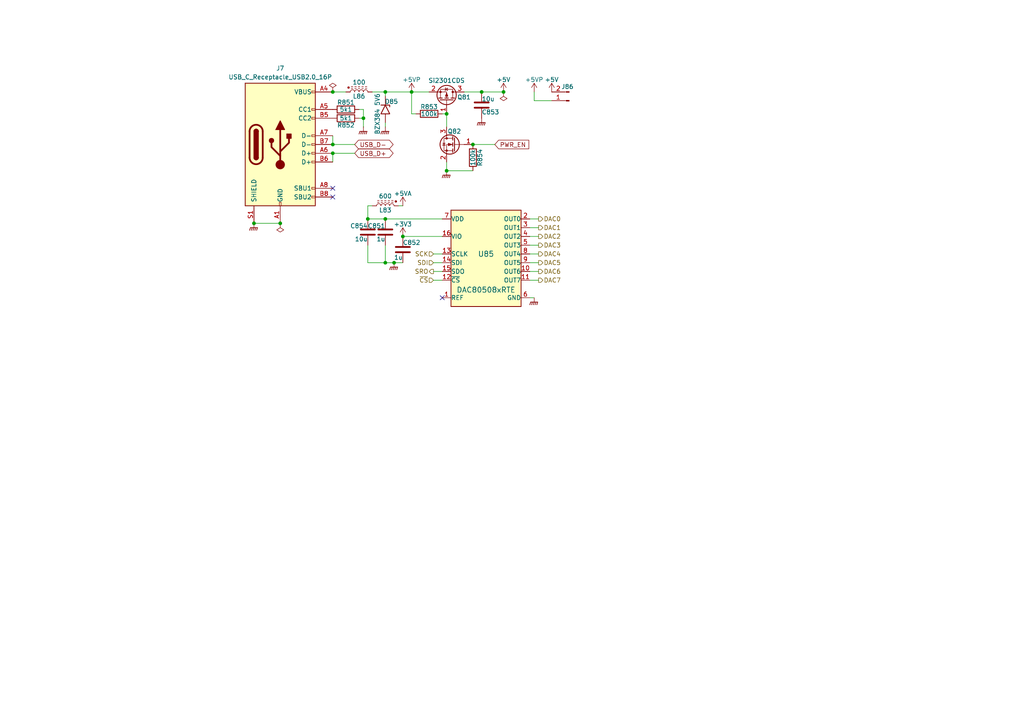
<source format=kicad_sch>
(kicad_sch (version 20250114) (generator "eeschema") (generator_version "9.0")
  (paper "A4")
  (lib_symbols
    (symbol "Connector:Conn_01x02_Pin" (pin_names (offset 1.016) (hide yes))
      (property "Reference" "J" (at 0 2.54 0))
      (property "Value" "Conn_01x02_Pin" (at 0 -5.08 0))
      (symbol "Conn_01x02_Pin_1_1"
        (rectangle (start 0.8636 0.127) (end 0 -0.127) (stroke (width 0.1524)) (fill (type outline)))
        (rectangle (start 0.8636 -2.413) (end 0 -2.667) (stroke (width 0.1524)) (fill (type outline)))
        (polyline (pts (xy 1.27 0) (xy 0.8636 0)) (stroke (width 0.1524)))
        (polyline (pts (xy 1.27 -2.54) (xy 0.8636 -2.54)) (stroke (width 0.1524)))
        (pin passive line (at 5.08 0 180) (length 3.81) (name "Pin_1") (number "1"))
        (pin passive line (at 5.08 -2.54 180) (length 3.81) (name "Pin_2") (number "2"))
      )
    )
    (symbol "Connector:USB_C_Receptacle_USB2.0_16P" (pin_names (offset 1.016))
      (property "Reference" "J" (at 0 22.225 0))
      (property "Value" "USB_C_Receptacle_USB2.0_16P" (at 0 19.685 0))
      (symbol "USB_C_Receptacle_USB2.0_16P_0_0"
        (rectangle (start -0.254 -17.78) (end 0.254 -16.764))
        (rectangle (start 10.16 15.494) (end 9.144 14.986))
        (rectangle (start 10.16 10.414) (end 9.144 9.906))
        (rectangle (start 10.16 7.874) (end 9.144 7.366))
        (rectangle (start 10.16 2.794) (end 9.144 2.286))
        (rectangle (start 10.16 0.254) (end 9.144 -0.254))
        (rectangle (start 10.16 -2.286) (end 9.144 -2.794))
        (rectangle (start 10.16 -4.826) (end 9.144 -5.334))
        (rectangle (start 10.16 -12.446) (end 9.144 -12.954))
        (rectangle (start 10.16 -14.986) (end 9.144 -15.494))
      )
      (symbol "USB_C_Receptacle_USB2.0_16P_0_1"
        (rectangle (start -10.16 17.78) (end 10.16 -17.78) (stroke (width 0.254)) (fill (type background)))
        (polyline (pts (xy -8.89 -3.81) (xy -8.89 3.81)) (stroke (width 0.508)))
        (rectangle (start -7.62 -3.81) (end -6.35 3.81) (stroke (width 0.254)) (fill (type outline)))
        (arc (start -7.62 3.81) (mid -6.985 4.4423) (end -6.35 3.81) (stroke (width 0.254)))
        (arc (start -7.62 3.81) (mid -6.985 4.4423) (end -6.35 3.81) (stroke (width 0.254)) (fill (type outline)))
        (arc (start -8.89 3.81) (mid -6.985 5.7067) (end -5.08 3.81) (stroke (width 0.508)))
        (arc (start -5.08 -3.81) (mid -6.985 -5.7067) (end -8.89 -3.81) (stroke (width 0.508)))
        (arc (start -6.35 -3.81) (mid -6.985 -4.4423) (end -7.62 -3.81) (stroke (width 0.254)))
        (arc (start -6.35 -3.81) (mid -6.985 -4.4423) (end -7.62 -3.81) (stroke (width 0.254)) (fill (type outline)))
        (polyline (pts (xy -5.08 3.81) (xy -5.08 -3.81)) (stroke (width 0.508)))
        (circle (center -2.54 1.143) (radius 0.635) (stroke (width 0.254)) (fill (type outline)))
        (polyline (pts (xy -1.27 4.318) (xy 0 6.858) (xy 1.27 4.318) (xy -1.27 4.318)) (stroke (width 0.254)) (fill (type outline)))
        (polyline (pts (xy 0 -2.032) (xy 2.54 0.508) (xy 2.54 1.778)) (stroke (width 0.508)))
        (polyline (pts (xy 0 -3.302) (xy -2.54 -0.762) (xy -2.54 0.508)) (stroke (width 0.508)))
        (polyline (pts (xy 0 -5.842) (xy 0 4.318)) (stroke (width 0.508)))
        (circle (center 0 -5.842) (radius 1.27) (fill (type outline)))
        (rectangle (start 1.905 1.778) (end 3.175 3.048) (stroke (width 0.254)) (fill (type outline)))
      )
      (symbol "USB_C_Receptacle_USB2.0_16P_1_1"
        (pin passive line (at -7.62 -22.86 90) (length 5.08) (name "SHIELD") (number "S1"))
        (pin passive line (at 0 -22.86 90) (length 5.08) (name "GND") (number "A1"))
        (pin passive line (at 0 -22.86 90) (length 5.08) (hide yes) (name "GND") (number "A12"))
        (pin passive line (at 0 -22.86 90) (length 5.08) (hide yes) (name "GND") (number "B1"))
        (pin passive line (at 0 -22.86 90) (length 5.08) (hide yes) (name "GND") (number "B12"))
        (pin passive line (at 15.24 15.24 180) (length 5.08) (name "VBUS") (number "A4"))
        (pin passive line (at 15.24 15.24 180) (length 5.08) (hide yes) (name "VBUS") (number "A9"))
        (pin passive line (at 15.24 15.24 180) (length 5.08) (hide yes) (name "VBUS") (number "B4"))
        (pin passive line (at 15.24 15.24 180) (length 5.08) (hide yes) (name "VBUS") (number "B9"))
        (pin bidirectional line (at 15.24 10.16 180) (length 5.08) (name "CC1") (number "A5"))
        (pin bidirectional line (at 15.24 7.62 180) (length 5.08) (name "CC2") (number "B5"))
        (pin bidirectional line (at 15.24 2.54 180) (length 5.08) (name "D-") (number "A7"))
        (pin bidirectional line (at 15.24 0 180) (length 5.08) (name "D-") (number "B7"))
        (pin bidirectional line (at 15.24 -2.54 180) (length 5.08) (name "D+") (number "A6"))
        (pin bidirectional line (at 15.24 -5.08 180) (length 5.08) (name "D+") (number "B6"))
        (pin bidirectional line (at 15.24 -12.7 180) (length 5.08) (name "SBU1") (number "A8"))
        (pin bidirectional line (at 15.24 -15.24 180) (length 5.08) (name "SBU2") (number "B8"))
      )
    )
    (symbol "Device:C" (pin_numbers (hide yes)) (pin_names (offset 0.254))
      (property "Reference" "C" (at 0.635 2.54 0))
      (property "Value" "C" (at 0.635 -2.54 0))
      (symbol "C_0_1"
        (polyline (pts (xy -2.032 0.762) (xy 2.032 0.762)) (stroke (width 0.508)))
        (polyline (pts (xy -2.032 -0.762) (xy 2.032 -0.762)) (stroke (width 0.508)))
      )
      (symbol "C_1_1"
        (pin passive line (at 0 3.81 270) (length 2.794) (name "~") (number "1"))
        (pin passive line (at 0 -3.81 90) (length 2.794) (name "~") (number "2"))
      )
    )
    (symbol "Device:R" (pin_numbers (hide yes)) (pin_names (offset 0))
      (property "Reference" "R" (at 2.032 0 90))
      (property "Value" "R" (at 0 0 90))
      (symbol "R_0_1"
        (rectangle (start -1.016 -2.54) (end 1.016 2.54) (stroke (width 0.254)))
      )
      (symbol "R_1_1"
        (pin passive line (at 0 3.81 270) (length 1.27) (name "~") (number "1"))
        (pin passive line (at 0 -3.81 90) (length 1.27) (name "~") (number "2"))
      )
    )
    (symbol "External:Si2301CDS" (pin_names (hide yes))
      (property "Reference" "Q" (at 5.08 1.905 0))
      (property "Value" "Si2301CDS" (at 5.08 0 0))
      (symbol "Si2301CDS_0_1"
        (polyline (pts (xy 0.254 1.905) (xy 0.254 -1.905)) (stroke (width 0.254)))
        (polyline (pts (xy 0.254 0) (xy -1.27 0)))
        (polyline (pts (xy 0.762 2.286) (xy 0.762 1.27)) (stroke (width 0.254)))
        (polyline (pts (xy 0.762 1.778) (xy 3.302 1.778) (xy 3.302 -1.778) (xy 0.762 -1.778)))
        (polyline (pts (xy 0.762 0.508) (xy 0.762 -0.508)) (stroke (width 0.254)))
        (polyline (pts (xy 0.762 -1.27) (xy 0.762 -2.286)) (stroke (width 0.254)))
        (circle (center 1.651 0) (radius 2.794) (stroke (width 0.254)))
        (polyline (pts (xy 2.286 0) (xy 1.27 0.381) (xy 1.27 -0.381) (xy 2.286 0)) (fill (type outline)))
        (polyline (pts (xy 2.54 2.54) (xy 2.54 1.778)))
        (circle (center 2.54 1.778) (radius 0.254) (fill (type outline)))
        (circle (center 2.54 -1.778) (radius 0.254) (fill (type outline)))
        (polyline (pts (xy 2.54 -2.54) (xy 2.54 0) (xy 0.762 0)))
        (polyline (pts (xy 2.794 -0.508) (xy 2.921 -0.381) (xy 3.683 -0.381) (xy 3.81 -0.254)))
        (polyline (pts (xy 3.302 -0.381) (xy 2.921 0.254) (xy 3.683 0.254) (xy 3.302 -0.381)))
      )
      (symbol "Si2301CDS_1_1"
        (pin input line (at -3.81 0 0) (length 2.54) (name "G") (number "1"))
        (pin passive line (at 2.54 5.08 270) (length 2.54) (name "D") (number "3"))
        (pin passive line (at 2.54 -5.08 90) (length 2.54) (name "S") (number "2"))
      )
    )
    (symbol "Parts:BZX384xxxx" (pin_numbers (hide yes)) (pin_names (hide yes))
      (property "Reference" "D" (at 0 2.54 0))
      (property "Value" "BZX384xxxx" (at 0 -2.54 0))
      (symbol "BZX384xxxx_0_1"
        (polyline (pts (xy -1.27 -1.27) (xy -1.27 1.27) (xy -0.762 1.27)) (stroke (width 0.254)))
        (polyline (pts (xy 1.27 -1.27) (xy 1.27 1.27) (xy -1.27 0) (xy 1.27 -1.27)) (stroke (width 0.254)))
      )
      (symbol "BZX384xxxx_1_1"
        (pin passive line (at -3.81 0 0) (length 2.54) (name "K") (number "1"))
        (pin passive line (at 3.81 0 180) (length 2.54) (name "A") (number "2"))
      )
    )
    (symbol "Parts:DAC80508xRTE" (pin_names (offset 0.002))
      (property "Reference" "U" (at 0 1.27 0))
      (property "Value" "DAC80508xRTE" (at 0 -9.144 0))
      (symbol "DAC80508xRTE_0_1"
        (pin power_in line (at -12.7 11.43 0) (length 2.54) (name "VDD") (number "7"))
        (pin power_in line (at -12.7 6.35 0) (length 2.54) (name "VIO") (number "16"))
        (pin input line (at -12.7 1.27 0) (length 2.54) (name "SCLK") (number "13"))
        (pin input line (at -12.7 -1.27 0) (length 2.54) (name "SDI") (number "14"))
        (pin tri_state line (at -12.7 -3.81 0) (length 2.54) (name "SDO") (number "15"))
        (pin input line (at -12.7 -6.35 0) (length 2.54) (name "~{CS}") (number "12"))
        (pin bidirectional line (at -12.7 -11.43 0) (length 2.54) (name "REF") (number "1"))
        (pin output line (at 12.7 11.43 180) (length 2.54) (name "OUT0") (number "2"))
        (pin output line (at 12.7 8.89 180) (length 2.54) (name "OUT1") (number "3"))
        (pin output line (at 12.7 6.35 180) (length 2.54) (name "OUT2") (number "4"))
        (pin output line (at 12.7 3.81 180) (length 2.54) (name "OUT3") (number "5"))
        (pin output line (at 12.7 1.27 180) (length 2.54) (name "OUT4") (number "8"))
        (pin output line (at 12.7 -1.27 180) (length 2.54) (name "OUT5") (number "9"))
        (pin output line (at 12.7 -3.81 180) (length 2.54) (name "OUT6") (number "10"))
        (pin output line (at 12.7 -6.35 180) (length 2.54) (name "OUT7") (number "11"))
        (pin passive line (at 12.7 -11.43 180) (length 2.54) (hide yes) (name "PAD") (number "17"))
        (pin power_in line (at 12.7 -11.43 180) (length 2.54) (name "GND") (number "6"))
      )
      (symbol "DAC80508xRTE_1_1"
        (rectangle (start -10.16 13.97) (end 10.16 -13.97) (stroke (width 0.254)) (fill (type background)))
      )
    )
    (symbol "Parts:L_Ferrite_Power" (pin_numbers (hide yes)) (pin_names (offset 1.016) (hide yes))
      (property "Reference" "L" (at -1.27 0 90))
      (property "Value" "L_Ferrite_Power" (at 2.794 0 90))
      (symbol "L_Ferrite_Power_0_1"
        (arc (start 0 2.54) (mid 0.6323 1.905) (end 0 1.27))
        (arc (start 0 1.27) (mid 0.6323 0.635) (end 0 0))
        (arc (start 0 0) (mid 0.6323 -0.635) (end 0 -1.27))
        (arc (start 0 -1.27) (mid 0.6323 -1.905) (end 0 -2.54))
        (polyline (pts (xy 1.016 1.778) (xy 1.016 2.286)))
        (polyline (pts (xy 1.016 0.762) (xy 1.016 1.27)))
        (polyline (pts (xy 1.016 -0.254) (xy 1.016 0.254)))
        (polyline (pts (xy 1.016 -1.27) (xy 1.016 -0.762)))
        (polyline (pts (xy 1.016 -2.286) (xy 1.016 -1.778)))
        (circle (center 1.27 3.048) (radius 0.254) (fill (type outline)))
        (polyline (pts (xy 1.524 2.286) (xy 1.524 1.778)))
        (polyline (pts (xy 1.524 1.27) (xy 1.524 0.762)))
        (polyline (pts (xy 1.524 0.254) (xy 1.524 -0.254)))
        (polyline (pts (xy 1.524 -0.762) (xy 1.524 -1.27)))
        (polyline (pts (xy 1.524 -1.778) (xy 1.524 -2.286)))
      )
      (symbol "L_Ferrite_Power_1_1"
        (pin power_in line (at 0 3.81 270) (length 1.27) (name "1") (number "1"))
        (pin power_out line (at 0 -3.81 90) (length 1.27) (name "2") (number "2"))
      )
    )
    (symbol "Transistor_FET:AO3400A" (pin_names (offset 0) (hide yes))
      (property "Reference" "Q" (at 5.08 1.905 0))
      (property "Value" "AO3400A" (at 5.08 0 0))
      (symbol "AO3400A_0_1"
        (polyline (pts (xy 0.254 1.905) (xy 0.254 -1.905)) (stroke (width 0.254)))
        (polyline (pts (xy 0.254 0) (xy -2.54 0)))
        (polyline (pts (xy 0.762 2.286) (xy 0.762 1.27)) (stroke (width 0.254)))
        (polyline (pts (xy 0.762 0.508) (xy 0.762 -0.508)) (stroke (width 0.254)))
        (polyline (pts (xy 0.762 -1.27) (xy 0.762 -2.286)) (stroke (width 0.254)))
        (polyline (pts (xy 0.762 -1.778) (xy 3.302 -1.778) (xy 3.302 1.778) (xy 0.762 1.778)))
        (polyline (pts (xy 1.016 0) (xy 2.032 0.381) (xy 2.032 -0.381) (xy 1.016 0)) (fill (type outline)))
        (circle (center 1.651 0) (radius 2.794) (stroke (width 0.254)))
        (polyline (pts (xy 2.54 2.54) (xy 2.54 1.778)))
        (circle (center 2.54 1.778) (radius 0.254) (fill (type outline)))
        (circle (center 2.54 -1.778) (radius 0.254) (fill (type outline)))
        (polyline (pts (xy 2.54 -2.54) (xy 2.54 0) (xy 0.762 0)))
        (polyline (pts (xy 2.921 0.381) (xy 3.683 0.381)))
        (polyline (pts (xy 3.302 0.381) (xy 2.921 -0.254) (xy 3.683 -0.254) (xy 3.302 0.381)))
      )
      (symbol "AO3400A_1_1"
        (pin input line (at -5.08 0 0) (length 2.54) (name "G") (number "1"))
        (pin passive line (at 2.54 5.08 270) (length 2.54) (name "D") (number "3"))
        (pin passive line (at 2.54 -5.08 90) (length 2.54) (name "S") (number "2"))
      )
    )
    (symbol "power:+3V3" (power) (pin_numbers (hide yes)) (pin_names (offset 0) (hide yes))
      (property "Value" "+3V3" (at 0 3.556 0))
      (symbol "+3V3_0_1"
        (polyline (pts (xy -0.762 1.27) (xy 0 2.54)))
        (polyline (pts (xy 0 2.54) (xy 0.762 1.27)))
        (polyline (pts (xy 0 0) (xy 0 2.54)))
      )
      (symbol "+3V3_1_1"
        (pin power_in line (at 0 0 90) (length 0) (name "~") (number "1"))
      )
    )
    (symbol "power:+5V" (power) (pin_numbers (hide yes)) (pin_names (offset 0) (hide yes))
      (property "Value" "+5V" (at 0 3.556 0))
      (symbol "+5V_0_1"
        (polyline (pts (xy -0.762 1.27) (xy 0 2.54)))
        (polyline (pts (xy 0 2.54) (xy 0.762 1.27)))
        (polyline (pts (xy 0 0) (xy 0 2.54)))
      )
      (symbol "+5V_1_1"
        (pin power_in line (at 0 0 90) (length 0) (name "~") (number "1"))
      )
    )
    (symbol "power:+5VA" (power) (pin_numbers (hide yes)) (pin_names (offset 0) (hide yes))
      (property "Value" "+5VA" (at 0 3.556 0))
      (symbol "+5VA_0_1"
        (polyline (pts (xy -0.762 1.27) (xy 0 2.54)))
        (polyline (pts (xy 0 2.54) (xy 0.762 1.27)))
        (polyline (pts (xy 0 0) (xy 0 2.54)))
      )
      (symbol "+5VA_1_1"
        (pin power_in line (at 0 0 90) (length 0) (name "~") (number "1"))
      )
    )
    (symbol "power:+5VP" (power) (pin_numbers (hide yes)) (pin_names (offset 0) (hide yes))
      (property "Value" "+5VP" (at 0 3.556 0))
      (symbol "+5VP_0_1"
        (polyline (pts (xy -0.762 1.27) (xy 0 2.54)))
        (polyline (pts (xy 0 2.54) (xy 0.762 1.27)))
        (polyline (pts (xy 0 0) (xy 0 2.54)))
      )
      (symbol "+5VP_1_1"
        (pin power_in line (at 0 0 90) (length 0) (name "~") (number "1"))
      )
    )
    (symbol "power:GNDPWR" (power) (pin_numbers (hide yes)) (pin_names (offset 0) (hide yes))
      (property "Value" "GNDPWR" (at 0 -3.302 0))
      (symbol "GNDPWR_0_1"
        (polyline (pts (xy -1.016 -1.27) (xy -1.27 -2.032) (xy -1.27 -2.032)) (stroke (width 0.2032)))
        (polyline (pts (xy -0.508 -1.27) (xy -0.762 -2.032) (xy -0.762 -2.032)) (stroke (width 0.2032)))
        (polyline (pts (xy 0 -1.27) (xy 0 0)))
        (polyline (pts (xy 0 -1.27) (xy -0.254 -2.032) (xy -0.254 -2.032)) (stroke (width 0.2032)))
        (polyline (pts (xy 0.508 -1.27) (xy 0.254 -2.032) (xy 0.254 -2.032)) (stroke (width 0.2032)))
        (polyline (pts (xy 1.016 -1.27) (xy -1.016 -1.27) (xy -1.016 -1.27)) (stroke (width 0.2032)))
        (polyline (pts (xy 1.016 -1.27) (xy 0.762 -2.032) (xy 0.762 -2.032) (xy 0.762 -2.032)) (stroke (width 0.2032)))
      )
      (symbol "GNDPWR_1_1"
        (pin power_in line (at 0 0 270) (length 0) (name "~") (number "1"))
      )
    )
    (symbol "power:PWR_FLAG" (power) (pin_numbers (hide yes)) (pin_names (offset 0) (hide yes))
      (property "Value" "PWR_FLAG" (at 0 3.81 0))
      (symbol "PWR_FLAG_0_0"
        (pin power_out line (at 0 0 90) (length 0) (name "~") (number "1"))
      )
      (symbol "PWR_FLAG_0_1"
        (polyline (pts (xy 0 0) (xy 0 1.27) (xy -1.016 1.905) (xy 0 2.54) (xy 1.016 1.905) (xy 0 1.27)))
      )
    )
  )
  (junction (at 139.7 26.67))
  (junction (at 114.3 76.2))
  (junction (at 96.52 44.45))
  (junction (at 96.52 41.91))
  (junction (at 96.52 26.67))
  (junction (at 129.54 33.02))
  (junction (at 129.54 49.53))
  (junction (at 116.84 68.58))
  (junction (at 119.38 26.67))
  (junction (at 111.76 63.5))
  (junction (at 146.05 26.67))
  (junction (at 111.76 26.67))
  (junction (at 137.16 41.91))
  (junction (at 111.76 76.2))
  (junction (at 73.66 64.77))
  (junction (at 105.41 34.29))
  (junction (at 106.68 63.5))
  (junction (at 81.28 64.77))
  (no_connect (at 96.52 54.61))
  (no_connect (at 128.27 86.36))
  (no_connect (at 96.52 57.15))
  (wire (pts (xy 111.76 26.67) (xy 111.76 27.94)))
  (wire (pts (xy 128.27 33.02) (xy 129.54 33.02)))
  (wire (pts (xy 153.67 76.2) (xy 156.21 76.2)))
  (wire (pts (xy 104.14 31.75) (xy 105.41 31.75)))
  (wire (pts (xy 107.95 59.69) (xy 106.68 59.69)))
  (wire (pts (xy 111.76 26.67) (xy 119.38 26.67)))
  (wire (pts (xy 111.76 76.2) (xy 114.3 76.2)))
  (wire (pts (xy 129.54 49.53) (xy 137.16 49.53)))
  (wire (pts (xy 104.14 34.29) (xy 105.41 34.29)))
  (wire (pts (xy 106.68 63.5) (xy 111.76 63.5)))
  (wire (pts (xy 134.62 26.67) (xy 139.7 26.67)))
  (wire (pts (xy 153.67 81.28) (xy 156.21 81.28)))
  (wire (pts (xy 114.3 76.2) (xy 116.84 76.2)))
  (wire (pts (xy 107.95 26.67) (xy 111.76 26.67)))
  (wire (pts (xy 115.57 59.69) (xy 116.84 59.69)))
  (wire (pts (xy 111.76 35.56) (xy 111.76 36.83)))
  (wire (pts (xy 96.52 41.91) (xy 102.87 41.91)))
  (wire (pts (xy 153.67 63.5) (xy 156.21 63.5)))
  (wire (pts (xy 96.52 39.37) (xy 96.52 41.91)))
  (wire (pts (xy 153.67 86.36) (xy 154.94 86.36)))
  (wire (pts (xy 139.7 26.67) (xy 146.05 26.67)))
  (wire (pts (xy 120.65 33.02) (xy 119.38 33.02)))
  (wire (pts (xy 96.52 44.45) (xy 96.52 46.99)))
  (wire (pts (xy 129.54 46.99) (xy 129.54 49.53)))
  (wire (pts (xy 119.38 33.02) (xy 119.38 26.67)))
  (wire (pts (xy 129.54 33.02) (xy 129.54 36.83)))
  (wire (pts (xy 106.68 71.12) (xy 106.68 76.2)))
  (wire (pts (xy 125.73 73.66) (xy 128.27 73.66)))
  (wire (pts (xy 105.41 31.75) (xy 105.41 34.29)))
  (wire (pts (xy 125.73 76.2) (xy 128.27 76.2)))
  (wire (pts (xy 154.94 29.21) (xy 160.02 29.21)))
  (wire (pts (xy 125.73 78.74) (xy 128.27 78.74)))
  (wire (pts (xy 106.68 76.2) (xy 111.76 76.2)))
  (wire (pts (xy 153.67 78.74) (xy 156.21 78.74)))
  (wire (pts (xy 73.66 64.77) (xy 81.28 64.77)))
  (wire (pts (xy 116.84 68.58) (xy 128.27 68.58)))
  (wire (pts (xy 105.41 34.29) (xy 105.41 36.83)))
  (wire (pts (xy 119.38 26.67) (xy 124.46 26.67)))
  (wire (pts (xy 153.67 68.58) (xy 156.21 68.58)))
  (wire (pts (xy 154.94 26.67) (xy 154.94 29.21)))
  (wire (pts (xy 153.67 73.66) (xy 156.21 73.66)))
  (wire (pts (xy 125.73 81.28) (xy 128.27 81.28)))
  (wire (pts (xy 137.16 41.91) (xy 143.51 41.91)))
  (wire (pts (xy 111.76 71.12) (xy 111.76 76.2)))
  (wire (pts (xy 153.67 66.04) (xy 156.21 66.04)))
  (wire (pts (xy 106.68 59.69) (xy 106.68 63.5)))
  (wire (pts (xy 102.87 44.45) (xy 96.52 44.45)))
  (wire (pts (xy 96.52 26.67) (xy 100.33 26.67)))
  (wire (pts (xy 153.67 71.12) (xy 156.21 71.12)))
  (wire (pts (xy 111.76 63.5) (xy 128.27 63.5)))
  (global_label "USB_D+" (shape bidirectional) (at 102.87 44.45 0) (property "Intersheetrefs" "${INTERSHEET_REFS}" (at 113.4752 44.45 0) (effects (justify left))))
  (global_label "PWR_EN" (shape input) (at 143.51 41.91 0) (property "Intersheetrefs" "${INTERSHEET_REFS}" (at 153.9337 41.91 0) (effects (justify left))))
  (global_label "USB_D-" (shape bidirectional) (at 102.87 41.91 0) (property "Intersheetrefs" "${INTERSHEET_REFS}" (at 113.4752 41.91 0) (effects (justify left))))
  (hierarchical_label "DAC6" (shape output) (at 156.21 78.74 0))
  (hierarchical_label "DAC0" (shape output) (at 156.21 63.5 0))
  (hierarchical_label "SDI" (shape input) (at 125.73 76.2 180))
  (hierarchical_label "SCK" (shape input) (at 125.73 73.66 180))
  (hierarchical_label "DAC3" (shape output) (at 156.21 71.12 0))
  (hierarchical_label "~{CS}" (shape input) (at 125.73 81.28 180))
  (hierarchical_label "DAC7" (shape output) (at 156.21 81.28 0))
  (hierarchical_label "DAC1" (shape output) (at 156.21 66.04 0))
  (hierarchical_label "DAC5" (shape output) (at 156.21 76.2 0))
  (hierarchical_label "DAC2" (shape output) (at 156.21 68.58 0))
  (hierarchical_label "SRO" (shape output) (at 125.73 78.74 180))
  (hierarchical_label "DAC4" (shape output) (at 156.21 73.66 0))
  (symbol (lib_id "power:+5VA") (at 116.84 59.69 0) (unit 1)
    (property "Reference" "#PWR0205" (effects (hide yes)))
    (property "Value" "+5VA" (at 116.84 56.134 0))
    (property "Description" "Power symbol creates a global label with name \"+5VA\"" (effects (hide yes)))
  )
  (symbol (lib_id "External:Si2301CDS") (at 129.54 29.21 270) (mirror x) (unit 1)
    (property "Reference" "Q81" (at 132.588 28.194 90) (effects (justify left)))
    (property "Value" "Si2301CDS" (at 129.54 23.368 90))
    (property "Footprint" "Parts:SOT-23" (effects (hide yes)))
    (property "Datasheet" "https://www.taiwansemi.com/products/datasheet/TSM2301A_C15.pdf" (effects (hide yes)))
    (property "Description" "-2.8A Id, -20V Vds, P-Channel MOSFET, SOT-23" (effects (hide yes)))
    (property "LCSC" "C10487" (effects (hide yes)))
  )
  (symbol (lib_id "Device:C") (at 111.76 67.31 0) (unit 1)
    (property "Reference" "C851" (at 111.76 65.532 0) (effects (justify right)))
    (property "Value" "1u" (at 111.76 69.342 0) (effects (justify right)))
    (property "Footprint" "Capacitor_SMD:C_0402_1005Metric" (effects (hide yes)))
    (property "Datasheet" "25V" (effects (hide yes)))
    (property "Description" "Unpolarized capacitor" (effects (hide yes)))
    (property "LCSC" "C52923" (effects (hide yes)))
  )
  (symbol (lib_id "power:PWR_FLAG") (at 81.28 64.77 180) (unit 1)
    (property "Reference" "#FLG073" (effects (hide yes)))
    (property "Value" "PWR_FLAG" (effects (hide yes)))
    (property "Description" "Special symbol for telling ERC where power comes from" (effects (hide yes)))
  )
  (symbol (lib_id "power:+5VP") (at 119.38 26.67 0) (unit 1)
    (property "Reference" "#PWR089" (effects (hide yes)))
    (property "Value" "+5VP" (at 119.38 23.114 0))
    (property "Description" "Power symbol creates a global label with name \"+5VP\"" (effects (hide yes)))
  )
  (symbol (lib_id "power:GNDPWR") (at 105.41 36.83 0) (unit 1)
    (property "Reference" "#PWR0142" (effects (hide yes)))
    (property "Value" "GNDPWR" (effects (hide yes)))
    (property "Description" "Power symbol creates a global label with name \"GNDPWR\" , global ground" (effects (hide yes)))
  )
  (symbol (lib_id "Device:R") (at 100.33 31.75 90) (unit 1)
    (property "Reference" "R851" (at 100.33 29.718 90))
    (property "Value" "5k1" (at 100.33 31.75 90))
    (property "Footprint" "Resistor_SMD:R_0402_1005Metric" (effects (hide yes)))
    (property "Description" "Resistor" (effects (hide yes)))
    (property "LCSC" "C25905" (effects (hide yes)))
  )
  (symbol (lib_id "Device:C") (at 116.84 72.39 0) (unit 1)
    (property "Reference" "C852" (at 116.84 70.358 0) (effects (justify left)))
    (property "Value" "1u" (at 116.84 74.676 0) (effects (justify right)))
    (property "Footprint" "Capacitor_SMD:C_0402_1005Metric" (effects (hide yes)))
    (property "Datasheet" "25V" (effects (hide yes)))
    (property "Description" "Unpolarized capacitor" (effects (hide yes)))
    (property "LCSC" "C52923" (effects (hide yes)))
  )
  (symbol (lib_id "Device:R") (at 124.46 33.02 90) (unit 1)
    (property "Reference" "R853" (at 124.46 30.988 90))
    (property "Value" "100k" (at 124.46 33.02 90))
    (property "Footprint" "Resistor_SMD:R_0402_1005Metric" (effects (hide yes)))
    (property "Description" "Resistor" (effects (hide yes)))
    (property "LCSC" "C25741" (effects (hide yes)))
  )
  (symbol (lib_id "power:GNDPWR") (at 139.7 34.29 0) (unit 1)
    (property "Reference" "#PWR0146" (effects (hide yes)))
    (property "Value" "GNDPWR" (effects (hide yes)))
    (property "Description" "Power symbol creates a global label with name \"GNDPWR\" , global ground" (effects (hide yes)))
  )
  (symbol (lib_id "power:PWR_FLAG") (at 96.52 26.67 0) (unit 1)
    (property "Reference" "#FLG072" (effects (hide yes)))
    (property "Value" "PWR_FLAG" (effects (hide yes)))
    (property "Description" "Special symbol for telling ERC where power comes from" (effects (hide yes)))
  )
  (symbol (lib_id "power:GNDPWR") (at 154.94 86.36 0) (unit 1)
    (property "Reference" "#PWR0203" (effects (hide yes)))
    (property "Value" "GNDPWR" (effects (hide yes)))
    (property "Description" "Power symbol creates a global label with name \"GNDPWR\" , global ground" (effects (hide yes)))
  )
  (symbol (lib_id "Device:R") (at 100.33 34.29 90) (mirror x) (unit 1)
    (property "Reference" "R852" (at 100.33 36.322 90))
    (property "Value" "5k1" (at 100.33 34.29 90))
    (property "Footprint" "Resistor_SMD:R_0402_1005Metric" (effects (hide yes)))
    (property "Description" "Resistor" (effects (hide yes)))
    (property "LCSC" "C25905" (effects (hide yes)))
  )
  (symbol (lib_id "Connector:Conn_01x02_Pin") (at 165.1 29.21 180) (unit 1) (in_bom no)
    (property "Reference" "J86" (at 164.592 25.146 0))
    (property "Value" "Conn_01x02_Pin" (effects (hide yes)))
    (property "Footprint" "Parts:PinHeader_1x02_P2.54mm_Vertical" (effects (hide yes)))
    (property "Description" "Generic connector, single row, 01x02, script generated" (effects (hide yes)))
  )
  (symbol (lib_id "Parts:BZX384xxxx") (at 111.76 31.75 270) (unit 1)
    (property "Reference" "D85" (at 113.538 29.464 90))
    (property "Value" "BZX384 5V6" (at 109.474 33.02 0))
    (property "Footprint" "Diode_SMD:D_SOD-323" (effects (hide yes)))
    (property "Datasheet" "https://www.vishay.com/docs/85764/bzx384.pdf" (effects (hide yes)))
    (property "Description" "300mW Zener Diode, SOD-323" (effects (hide yes)))
    (property "LCSC" "C22395563" (effects (hide yes)))
  )
  (symbol (lib_id "power:+5V") (at 146.05 26.67 0) (unit 1)
    (property "Reference" "#PWR088" (effects (hide yes)))
    (property "Value" "+5V" (at 146.05 23.114 0))
    (property "Description" "Power symbol creates a global label with name \"+5V\"" (effects (hide yes)))
  )
  (symbol (lib_id "power:+5VP") (at 154.94 26.67 0) (unit 1)
    (property "Reference" "#PWR0161" (effects (hide yes)))
    (property "Value" "+5VP" (at 154.94 23.114 0))
    (property "Description" "Power symbol creates a global label with name \"+5VP\"" (effects (hide yes)))
  )
  (symbol (lib_id "power:PWR_FLAG") (at 146.05 26.67 180) (unit 1)
    (property "Reference" "#FLG071" (effects (hide yes)))
    (property "Value" "PWR_FLAG" (effects (hide yes)))
    (property "Description" "Special symbol for telling ERC where power comes from" (effects (hide yes)))
  )
  (symbol (lib_id "power:GNDPWR") (at 111.76 36.83 0) (unit 1)
    (property "Reference" "#PWR0136" (effects (hide yes)))
    (property "Value" "GNDPWR" (effects (hide yes)))
    (property "Description" "Power symbol creates a global label with name \"GNDPWR\" , global ground" (effects (hide yes)))
  )
  (symbol (lib_id "power:+5V") (at 160.02 26.67 0) (unit 1)
    (property "Reference" "#PWR0160" (effects (hide yes)))
    (property "Value" "+5V" (at 160.02 23.114 0))
    (property "Description" "Power symbol creates a global label with name \"+5V\"" (effects (hide yes)))
  )
  (symbol (lib_id "power:GNDPWR") (at 129.54 49.53 0) (unit 1)
    (property "Reference" "#PWR0104" (effects (hide yes)))
    (property "Value" "GNDPWR" (effects (hide yes)))
    (property "Description" "Power symbol creates a global label with name \"GNDPWR\" , global ground" (effects (hide yes)))
  )
  (symbol (lib_id "Parts:DAC80508xRTE") (at 140.97 74.93 0) (unit 1)
    (property "Reference" "U85" (at 140.97 73.66 0) (effects (font (size 1.524 1.524))))
    (property "Value" "DAC80508xRTE" (at 140.97 84.074 0) (effects (font (size 1.524 1.524))))
    (property "Footprint" "Package_DFN_QFN:Texas_RTE0016D_WQFN-16-1EP_3x3mm_P0.5mm_EP0.8x0.8mm" (effects (hide yes)))
    (property "Datasheet" "https://www.ti.com/lit/gpn/dac80508" (effects (hide yes)))
    (property "LCSC" "C2863226" (effects (hide yes)))
  )
  (symbol (lib_id "power:+3V3") (at 116.84 68.58 0) (unit 1)
    (property "Reference" "#PWR0164" (effects (hide yes)))
    (property "Value" "+3V3" (at 116.84 65.024 0))
    (property "Description" "Power symbol creates a global label with name \"+3V3\"" (effects (hide yes)))
  )
  (symbol (lib_id "Connector:USB_C_Receptacle_USB2.0_16P") (at 81.28 41.91 0) (unit 1) (in_bom no)
    (property "Reference" "J7" (at 81.28 19.812 0))
    (property "Value" "USB_C_Receptacle_USB2.0_16P" (at 81.28 22.352 0))
    (property "Footprint" "Connector_USB:USB_C_Receptacle_GCT_USB4105-xx-A_16P_TopMnt_Horizontal" (effects (hide yes)))
    (property "Datasheet" "https://www.usb.org/sites/default/files/documents/usb_type-c.zip" (effects (hide yes)))
    (property "Description" "USB 2.0-only 16P Type-C Receptacle connector" (effects (hide yes)))
  )
  (symbol (lib_id "Parts:L_Ferrite_Power") (at 111.76 59.69 270) (mirror x) (unit 1)
    (property "Reference" "L83" (at 111.76 60.96 90))
    (property "Value" "600" (at 111.76 56.896 90))
    (property "Footprint" "Inductor_SMD:L_0603_1608Metric" (effects (hide yes)))
    (property "Datasheet" "200mA / 450mΩ" (effects (hide yes)))
    (property "Description" "Inductor with ferrite core" (effects (hide yes)))
    (property "LCSC" "C1002" (effects (hide yes)))
  )
  (symbol (lib_id "Transistor_FET:AO3400A") (at 132.08 41.91 0) (mirror y) (unit 1)
    (property "Reference" "Q82" (at 129.794 38.1 0) (effects (justify right)))
    (property "Value" "AO3400A" (effects (hide yes)))
    (property "Footprint" "Parts:SOT-23" (effects (hide yes)))
    (property "Datasheet" "http://www.aosmd.com/pdfs/datasheet/AO3400A.pdf" (effects (hide yes)))
    (property "Description" "30V Vds, 5.7A Id, N-Channel MOSFET, SOT-23" (effects (hide yes)))
    (property "LCSC" "C20917" (effects (hide yes)))
  )
  (symbol (lib_id "power:GNDPWR") (at 114.3 76.2 0) (unit 1)
    (property "Reference" "#PWR0206" (effects (hide yes)))
    (property "Value" "GNDPWR" (effects (hide yes)))
    (property "Description" "Power symbol creates a global label with name \"GNDPWR\" , global ground" (effects (hide yes)))
  )
  (symbol (lib_id "Device:C") (at 106.68 67.31 0) (unit 1)
    (property "Reference" "C854" (at 106.68 65.532 0) (effects (justify right)))
    (property "Value" "10u" (at 106.68 69.342 0) (effects (justify right)))
    (property "Footprint" "Capacitor_SMD:C_0603_1608Metric" (effects (hide yes)))
    (property "Datasheet" "25V" (effects (hide yes)))
    (property "Description" "Unpolarized capacitor" (effects (hide yes)))
    (property "LCSC" "C96446" (effects (hide yes)))
  )
  (symbol (lib_id "Device:C") (at 139.7 30.48 0) (unit 1)
    (property "Reference" "C853" (at 139.7 32.512 0) (effects (justify left)))
    (property "Value" "10u" (at 139.7 28.702 0) (effects (justify left)))
    (property "Footprint" "Capacitor_SMD:C_0603_1608Metric" (effects (hide yes)))
    (property "Datasheet" "25V" (effects (hide yes)))
    (property "Description" "Unpolarized capacitor" (effects (hide yes)))
    (property "LCSC" "C96446" (effects (hide yes)))
  )
  (symbol (lib_id "Device:R") (at 137.16 45.72 0) (mirror x) (unit 1)
    (property "Reference" "R854" (at 139.192 45.72 90))
    (property "Value" "100k" (at 137.16 45.72 90))
    (property "Footprint" "Resistor_SMD:R_0402_1005Metric" (effects (hide yes)))
    (property "Description" "Resistor" (effects (hide yes)))
    (property "LCSC" "C25741" (effects (hide yes)))
  )
  (symbol (lib_id "Parts:L_Ferrite_Power") (at 104.14 26.67 90) (unit 1)
    (property "Reference" "L86" (at 104.14 27.94 90))
    (property "Value" "100" (at 104.14 23.876 90))
    (property "Footprint" "Inductor_SMD:L_0603_1608Metric" (effects (hide yes)))
    (property "Datasheet" "2A / 50mΩ" (effects (hide yes)))
    (property "Description" "Inductor with ferrite core" (effects (hide yes)))
    (property "LCSC" "C14709" (effects (hide yes)))
  )
  (symbol (lib_id "power:GNDPWR") (at 73.66 64.77 0) (unit 1)
    (property "Reference" "#PWR0143" (effects (hide yes)))
    (property "Value" "GNDPWR" (effects (hide yes)))
    (property "Description" "Power symbol creates a global label with name \"GNDPWR\" , global ground" (effects (hide yes)))
  )
)
</source>
